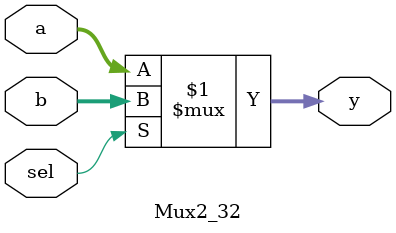
<source format=v>
module Mux2_32(
input wire [31:0]a,
input wire [31:0]b,
input          sel,
output wire [31:0]y, 
);
assign y = sel ? b : a;
endmodule
</source>
